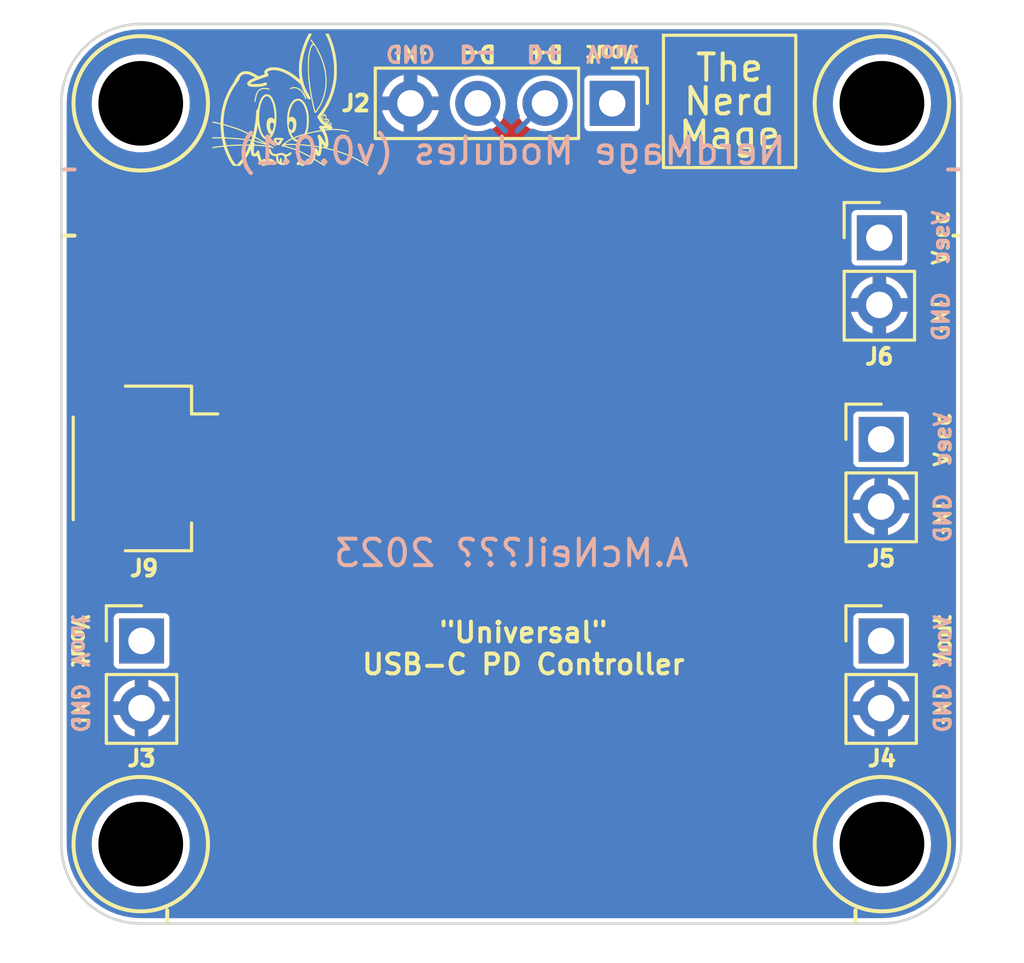
<source format=kicad_pcb>
(kicad_pcb (version 20211014) (generator pcbnew)
  (title_block (title "USB-C (PD) Board") (rev "0.0.1") (company "The Nerd Mage"))
  (layers (0 "F.Cu" signal) (31 "B.Cu" signal) (34 "B.Paste" user) (35 "F.Paste" user) (36 "B.SilkS" user "B.Silkscreen") (37 "F.SilkS" user "F.Silkscreen") (38 "B.Mask" user) (39 "F.Mask" user) (44 "Edge.Cuts" user))
  (net 0 "")
  (net 1 "UD+")
  (net 2 "UD-")
  (net 3 "SCL")
  (net 4 "SDA")
  (net 5 "2v7")
  (net 6 "GND")
  (net 7 "Vout")
  (net 8 "Vsec")
  (footprint "Tinker:Mount" (layer "F.Cu") (at 114 101)
    (fp_text reference "REF**" hide)
    (fp_text value "Mount" hide)
    (pad "" np_thru_hole circle (at 0 0) (size 3.2 3.2) (drill 3.2) (layers *.Mask))
  )
  (footprint "Tinker:Mount" (layer "F.Cu") (at 86 101)
    (fp_text reference "REF**" hide)
    (fp_text value "Mount" hide)
    (pad "" np_thru_hole circle (at 0 0) (size 3.2 3.2) (drill 3.2) (layers *.Mask))
  )
  (footprint "Tinker:JST_SH_SM04B-SRSS-TB_1x04-1MP_P1.00mm_Horizontal" (layer "F.Cu") (at 86.13441 86.8 -90)
    (fp_text reference "J9" (at 3.778125 0.008239) (layer "F.SilkS") (effects (font (size 0.6 0.6))))
    (fp_text value "Conn_01x04_MountingPin" hide)
    (pad "1" smd roundrect (at -1.5 -2 270) (size 0.6 1.55) (layers "F.Cu" "F.Paste" "F.Mask") (net 6 "GND"))
    (pad "2" smd roundrect (at -0.5 -2 270) (size 0.6 1.55) (layers "F.Cu" "F.Paste" "F.Mask") (net 5 "2v7"))
    (pad "3" smd roundrect (at 0.5 -2 270) (size 0.6 1.55) (layers "F.Cu" "F.Paste" "F.Mask") (net 4 "SDA"))
    (pad "4" smd roundrect (at 1.5 -2 270) (size 0.6 1.55) (layers "F.Cu" "F.Paste" "F.Mask") (net 3 "SCL"))
    (pad "MP" smd roundrect (at 2.8 1.875 270) (size 1.2 1.8) (layers "F.Cu" "F.Paste" "F.Mask") (roundrect_rratio 0.208333) (net 6 "GND"))
    (pad "MP" smd roundrect (at -2.8 1.875 270) (size 1.2 1.8) (layers "F.Cu" "F.Paste" "F.Mask") (roundrect_rratio 0.208333) (net 6 "GND"))
  )
  (footprint "Tinker:DagNabbit" (layer "F.Cu") (at 91.4 73.5)
    (fp_text reference "REF**" hide)
    (fp_text value "DagNabbit" hide)
  )
  (footprint "Tinker:PinHeader_1x02_P2.54mm_Vertical" (layer "F.Cu") (at 113.97 93.32)
    (fp_text reference "J4" (at 0.03 4.44169) (layer "F.SilkS") (effects (font (size 0.6 0.6))))
    (fp_text value "Conn_01x02_Male" hide)
    (pad "1" thru_hole rect (at 0 0) (size 1.7 1.7) (drill 1) (layers *.Cu *.Mask) (net 7 "Vout"))
    (pad "2" thru_hole oval (at 0 2.54) (size 1.7 1.7) (drill 1) (layers *.Cu *.Mask) (net 6 "GND"))
  )
  (footprint "Tinker:Mount" (layer "F.Cu") (at 114 73)
    (fp_text reference "REF**" hide)
    (fp_text value "Mount" hide)
    (pad "" np_thru_hole circle (at 0 0) (size 3.2 3.2) (drill 3.2) (layers *.Mask))
  )
  (footprint "Tinker:NerdMage" (layer "F.Cu") (at 108.245525 72.927201)
    (fp_text reference "REF**" hide)
    (fp_text value "NerdMage" hide)
    (fp_text user "Nerd" (at 0 0 unlocked) (layer "F.SilkS"))
    (fp_text user "Mage" (at 0 1.27 unlocked) (layer "F.SilkS"))
    (fp_text user "The" (at 0 -1.27 unlocked) (layer "F.SilkS"))
  )
  (footprint "Tinker:PinHeader_1x02_P2.54mm_Vertical" (layer "F.Cu") (at 86.03 93.32)
    (fp_text reference "J3" (at 0 4.44169) (layer "F.SilkS") (effects (font (size 0.6 0.6))))
    (fp_text value "Conn_01x02_Male" hide)
    (pad "1" thru_hole rect (at 0 0) (size 1.7 1.7) (drill 1) (layers *.Cu *.Mask) (net 7 "Vout"))
    (pad "2" thru_hole oval (at 0 2.54) (size 1.7 1.7) (drill 1) (layers *.Cu *.Mask) (net 6 "GND"))
  )
  (footprint "Tinker:PinHeader_1x02_P2.54mm_Vertical" (layer "F.Cu") (at 113.902854 78.08)
    (fp_text reference "J6" (at 0 4.495315) (layer "F.SilkS") (effects (font (size 0.6 0.6))))
    (fp_text value "Conn_01x02_Male" hide)
    (pad "1" thru_hole rect (at 0 0) (size 1.7 1.7) (drill 1) (layers *.Cu *.Mask) (net 8 "Vsec"))
    (pad "2" thru_hole oval (at 0 2.54) (size 1.7 1.7) (drill 1) (layers *.Cu *.Mask) (net 6 "GND"))
  )
  (footprint "Tinker:PinHeader_1x02_P2.54mm_Vertical" (layer "F.Cu") (at 113.97 85.7)
    (fp_text reference "J5" (at 0 4.504702) (layer "F.SilkS") (effects (font (size 0.6 0.6))))
    (fp_text value "Conn_01x02_Male" hide)
    (pad "1" thru_hole rect (at 0 0) (size 1.7 1.7) (drill 1) (layers *.Cu *.Mask) (net 8 "Vsec"))
    (pad "2" thru_hole oval (at 0 2.54) (size 1.7 1.7) (drill 1) (layers *.Cu *.Mask) (net 6 "GND"))
  )
  (footprint "Tinker:Mount" (layer "F.Cu") (at 86 73)
    (fp_text reference "REF**" hide)
    (fp_text value "Mount" hide)
    (pad "" np_thru_hole circle (at 0 0) (size 3.2 3.2) (drill 3.2) (layers *.Mask))
  )
  (footprint "Tinker:PinHeader_1x04_P2.54mm_Vertical" (layer "F.Cu") (at 103.81 73 -90)
    (fp_text reference "J2" (at 0 9.68773) (layer "F.SilkS") (effects (font (size 0.6 0.6))))
    (fp_text value "Conn_01x04_Male" hide)
    (pad "1" thru_hole rect (at 0 0 270) (size 1.7 1.7) (drill 1) (layers *.Cu *.Mask) (net 7 "Vout"))
    (pad "2" thru_hole oval (at 0 2.54 270) (size 1.7 1.7) (drill 1) (layers *.Cu *.Mask) (net 1 "UD+"))
    (pad "3" thru_hole oval (at 0 5.08 270) (size 1.7 1.7) (drill 1) (layers *.Cu *.Mask) (net 2 "UD-"))
    (pad "4" thru_hole oval (at 0 7.62 270) (size 1.7 1.7) (drill 1) (layers *.Cu *.Mask) (net 6 "GND"))
  )
  (gr_line (start 83.1 75.5) (end 83.5 75.5) (layer "B.SilkS") (width 0.15))
  (gr_line (start 116.5 75.5) (end 116.9 75.5) (layer "B.SilkS") (width 0.15))
  (gr_line (start 113 103.9) (end 113 103.5) (layer "F.SilkS") (width 0.15))
  (gr_line (start 83.1 78) (end 83.5 78) (layer "F.SilkS") (width 0.15))
  (gr_line (start 116.7 78) (end 116.9 78) (layer "F.SilkS") (width 0.15))
  (gr_line (start 87 103.9) (end 87 103.5) (layer "F.SilkS") (width 0.15))
  (gr_line (start 117 73) (end 117 101) (layer "Edge.Cuts") (width 0.1))
  (gr_arc (start 86 104) (mid 83.87868 103.12132) (end 83 101) (layer "Edge.Cuts") (width 0.1))
  (gr_arc (start 83 73) (mid 83.87868 70.87868) (end 86 70) (layer "Edge.Cuts") (width 0.1))
  (gr_line (start 86 70) (end 114 70) (layer "Edge.Cuts") (width 0.1))
  (gr_line (start 83 101) (end 83 73) (layer "Edge.Cuts") (width 0.1))
  (gr_arc (start 114 70) (mid 116.12132 70.87868) (end 117 73) (layer "Edge.Cuts") (width 0.1))
  (gr_line (start 86 104) (end 114 104) (layer "Edge.Cuts") (width 0.1))
  (gr_arc (start 117 101) (mid 116.12132 103.12132) (end 114 104) (layer "Edge.Cuts") (width 0.1))
  (gr_text "NerdMage Modules (v0.0.1)" (at 100 74.8) (layer "B.SilkS") (effects (font (size 1 1)) (justify mirror)))
  (gr_text "D+" (at 101.27 71.12 180) (layer "B.SilkS") (effects (font (size 0.6 0.6)) (justify mirror)))
  (gr_text "GND" (at 116.3 88.68 90) (layer "B.SilkS") (effects (font (size 0.6 0.6) (thickness 0.125)) (justify mirror)))
  (gr_text "GND" (at 83.7 95.86 270) (layer "B.SilkS") (effects (font (size 0.6 0.6) (thickness 0.125)) (justify mirror)))
  (gr_text "Vout" (at 116.3 93.32 90) (layer "B.SilkS") (effects (font (size 0.6 0.6) (thickness 0.125)) (justify mirror)))
  (gr_text "GND" (at 116.232854 81.06 90) (layer "B.SilkS") (effects (font (size 0.6 0.6) (thickness 0.125)) (justify mirror)))
  (gr_text "D-" (at 98.73 71.12 180) (layer "B.SilkS") (effects (font (size 0.6 0.6)) (justify mirror)))
  (gr_text "Vout" (at 103.81 71.12 180) (layer "B.SilkS") (effects (font (size 0.6 0.6) (thickness 0.125)) (justify mirror)))
  (gr_text "Vsec" (at 116.3 85.7 90) (layer "B.SilkS") (effects (font (size 0.6 0.6) (thickness 0.125)) (justify mirror)))
  (gr_text "Vsec" (at 116.232854 78.08 90) (layer "B.SilkS") (effects (font (size 0.6 0.6) (thickness 0.125)) (justify mirror)))
  (gr_text "GND" (at 116.3 95.86 90) (layer "B.SilkS") (effects (font (size 0.6 0.6) (thickness 0.125)) (justify mirror)))
  (gr_text "A.McNeil??? 2023" (at 100 90) (layer "B.SilkS") (effects (font (size 1 1)) (justify mirror)))
  (gr_text "Vout" (at 83.7 93.32 270) (layer "B.SilkS") (effects (font (size 0.6 0.6) (thickness 0.125)) (justify mirror)))
  (gr_text "GND" (at 96.19 71.12 180) (layer "B.SilkS") (effects (font (size 0.6 0.6) (thickness 0.125)) (justify mirror)))
  (gr_text "Vout" (at 116.3 93.32 90) (layer "F.SilkS") (effects (font (size 0.6 0.6) (thickness 0.125))))
  (gr_text "GND" (at 116.232854 81.06 90) (layer "F.SilkS") (effects (font (size 0.6 0.6) (thickness 0.125))))
  (gr_text "D-" (at 98.73 71.12 180) (layer "F.SilkS") (effects (font (size 0.6 0.6))))
  (gr_text "D+" (at 101.27 71.12 180) (layer "F.SilkS") (effects (font (size 0.6 0.6))))
  (gr_text "GND" (at 116.3 88.68 90) (layer "F.SilkS") (effects (font (size 0.6 0.6) (thickness 0.125))))
  (gr_text "GND" (at 96.19 71.12 180) (layer "F.SilkS") (effects (font (size 0.6 0.6) (thickness 0.125))))
  (gr_text "GND" (at 116.3 95.86 90) (layer "F.SilkS") (effects (font (size 0.6 0.6) (thickness 0.125))))
  (gr_text "GND" (at 83.7 95.86 270) (layer "F.SilkS") (effects (font (size 0.6 0.6) (thickness 0.125))))
  (gr_text "{dblquote}Universal{dblquote}\nUSB-C PD Controller" (at 100.456186 93.602208) (layer "F.SilkS") (effects (font (size 0.75 0.75))))
  (gr_text "Vout" (at 103.81 71.12 180) (layer "F.SilkS") (effects (font (size 0.6 0.6) (thickness 0.125))))
  (gr_text "Vsec" (at 116.3 85.7 90) (layer "F.SilkS") (effects (font (size 0.6 0.6) (thickness 0.125))))
  (gr_text "Vout" (at 83.7 93.32 270) (layer "F.SilkS") (effects (font (size 0.6 0.6) (thickness 0.125))))
  (gr_text "Vsec" (at 116.232854 78.08 90) (layer "F.SilkS") (effects (font (size 0.6 0.6) (thickness 0.125))))
  (segment (start 100.225001 74.044999) (end 101.27 73) (width 0.2) (layer "B.Cu") (net 1))
  (segment (start 98.73 73) (end 99.774999 74.044999) (width 0.2) (layer "B.Cu") (net 2))
  (zone (net 6) (net_name "GND") (layer "F.Cu") (connect_pads (clearance 0.254)) (min_thickness 0.254) (fill yes (thermal_gap 0.254) (thermal_bridge_width 0.508))
    (polygon (pts (xy 118.582229 104.809465) (xy 81.651499 104.809467) (xy 81.651498 69.584881) (xy 118.582228 69.584879)))
  )
  (zone (net 6) (net_name "GND") (layer "B.Cu") (connect_pads (clearance 0.2)) (min_thickness 0.2) (fill yes (thermal_gap 0.254) (thermal_bridge_width 0.508))
    (polygon (pts (xy 119.380001 105.507005) (xy 80.682697 105.507005) (xy 80.682697 69.09421) (xy 119.380001 69.09421)))
  )
)
</source>
